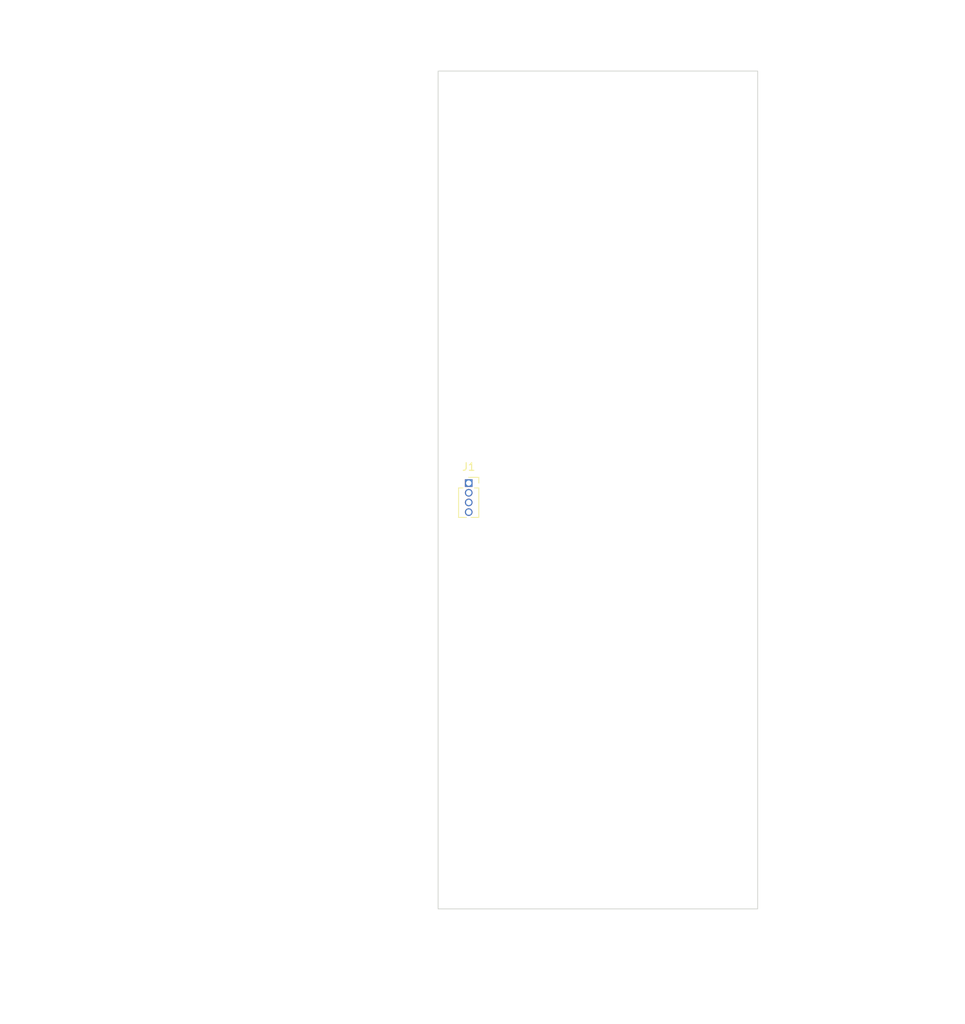
<source format=kicad_pcb>
(kicad_pcb (version 20211014) (generator pcbnew)
  (layers (0 "F.Cu" signal) (31 "B.Cu" signal) (34 "B.Paste" user) (35 "F.Paste" user) (36 "B.SilkS" user "B.Silkscreen") (37 "F.SilkS" user "F.Silkscreen") (38 "B.Mask" user) (39 "F.Mask" user) (44 "Edge.Cuts" user))
  (net 0 "")
  (net 1 "+12V")
  (net 2 "+5V")
  (net 3 "GND")
  (net 4 "-12V")
  (footprint "Connector_PinSocket_1.27mm:PinSocket_1x04_P1.27mm_Vertical" (layer "F.Cu") (at 106.025 107.1)
    (fp_text reference "J1" (at 0 -2.135) (layer "F.SilkS"))
    (fp_text value "PowerSupply")
    (fp_line (start -1.33 4.505) (end -0.30753 4.505) (layer "F.SilkS") (width 0.12))
    (fp_line (start -1.33 0.635) (end -0.76 0.635) (layer "F.SilkS") (width 0.12))
    (fp_line (start 0.76 0.635) (end 1.33 0.635) (layer "F.SilkS") (width 0.12))
    (fp_line (start 1.33 0.635) (end 1.33 4.505) (layer "F.SilkS") (width 0.12))
    (fp_line (start 0 -0.76) (end 1.33 -0.76) (layer "F.SilkS") (width 0.12))
    (fp_line (start 0.30753 4.505) (end 1.33 4.505) (layer "F.SilkS") (width 0.12))
    (fp_line (start -1.33 0.635) (end -1.33 4.505) (layer "F.SilkS") (width 0.12))
    (fp_line (start 1.33 -0.76) (end 1.33 0) (layer "F.SilkS") (width 0.12))
    (pad "1" thru_hole rect (at 0 0) (size 1 1) (drill 0.7) (layers *.Cu *.Mask) (net 1 "+12V"))
    (pad "2" thru_hole oval (at 0 1.27) (size 1 1) (drill 0.7) (layers *.Cu *.Mask) (net 2 "+5V"))
    (pad "3" thru_hole oval (at 0 2.54) (size 1 1) (drill 0.7) (layers *.Cu *.Mask) (net 3 "GND"))
    (pad "4" thru_hole oval (at 0 3.81) (size 1 1) (drill 0.7) (layers *.Cu *.Mask) (net 4 "-12V"))
  )
  (gr_rect (start 144 53) (end 102 163) (layer "Edge.Cuts") (width 0.1) (fill none))
)
</source>
